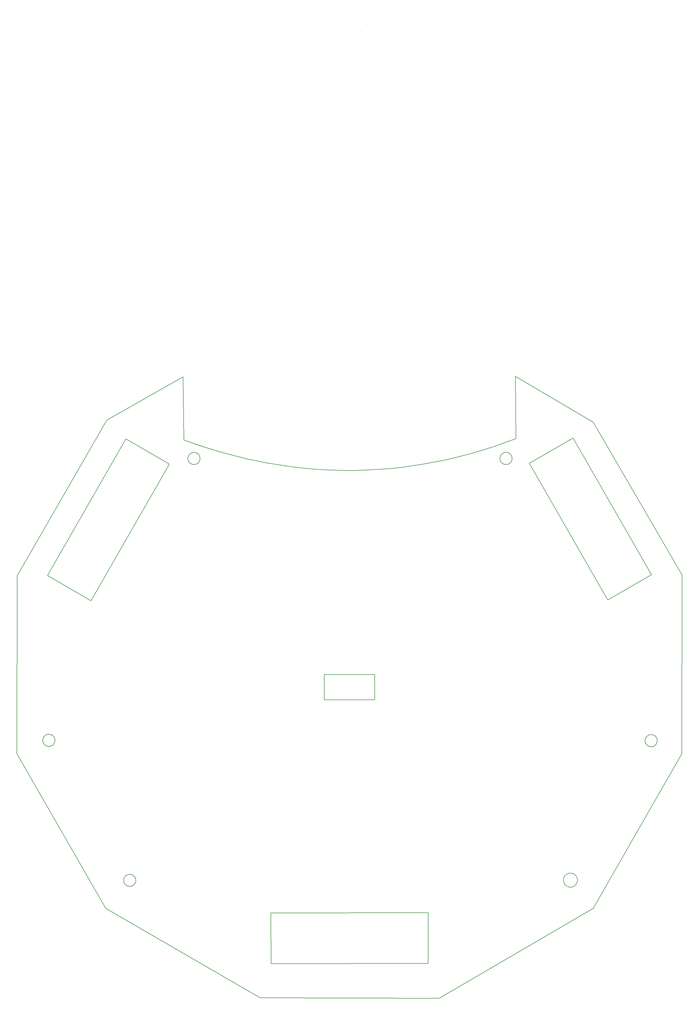
<source format=gbr>
G04 #@! TF.GenerationSoftware,KiCad,Pcbnew,(5.1.6)-1*
G04 #@! TF.CreationDate,2021-01-10T23:04:02+01:00*
G04 #@! TF.ProjectId,Robocup_PCB,526f626f-6375-4705-9f50-43422e6b6963,v1*
G04 #@! TF.SameCoordinates,Original*
G04 #@! TF.FileFunction,Profile,NP*
%FSLAX46Y46*%
G04 Gerber Fmt 4.6, Leading zero omitted, Abs format (unit mm)*
G04 Created by KiCad (PCBNEW (5.1.6)-1) date 2021-01-10 23:04:02*
%MOMM*%
%LPD*%
G01*
G04 APERTURE LIST*
G04 #@! TA.AperFunction,Profile*
%ADD10C,0.200000*%
G04 #@! TD*
G04 APERTURE END LIST*
D10*
X322088819Y-99963059D02*
X294026119Y-51770989D01*
X321994619Y-156376129D02*
X322088819Y-99963059D01*
X294026069Y-205135179D02*
X321994619Y-156376129D01*
X164659993Y-37459139D02*
X140621593Y-51089909D01*
X269636029Y-56968169D02*
X266388234Y-58171784D01*
X266388234Y-58171784D02*
X263138622Y-59298307D01*
X263138622Y-59298307D02*
X259887215Y-60347758D01*
X259887215Y-60347758D02*
X256634037Y-61320156D01*
X256634037Y-61320156D02*
X253379110Y-62215523D01*
X253379110Y-62215523D02*
X250122458Y-63033877D01*
X250122458Y-63033877D02*
X246864103Y-63775240D01*
X246864103Y-63775240D02*
X243604067Y-64439632D01*
X243604067Y-64439632D02*
X240342375Y-65027073D01*
X240342375Y-65027073D02*
X237079048Y-65537582D01*
X237079048Y-65537582D02*
X233814110Y-65971181D01*
X233814110Y-65971181D02*
X230547584Y-66327889D01*
X230547584Y-66327889D02*
X227279492Y-66607727D01*
X227279492Y-66607727D02*
X224009858Y-66810714D01*
X224009858Y-66810714D02*
X220738704Y-66936872D01*
X220738704Y-66936872D02*
X217466053Y-66986220D01*
X217466053Y-66986220D02*
X214191928Y-66958778D01*
X214191928Y-66958778D02*
X210916352Y-66854567D01*
X210916352Y-66854567D02*
X207639348Y-66673607D01*
X207639348Y-66673607D02*
X204360939Y-66415918D01*
X204360939Y-66415918D02*
X201081147Y-66081520D01*
X201081147Y-66081520D02*
X197799996Y-65670434D01*
X197799996Y-65670434D02*
X194517509Y-65182679D01*
X194517509Y-65182679D02*
X191233708Y-64618277D01*
X191233708Y-64618277D02*
X187948615Y-63977246D01*
X187948615Y-63977246D02*
X184662256Y-63259608D01*
X184662256Y-63259608D02*
X181374651Y-62465382D01*
X181374651Y-62465382D02*
X178085824Y-61594589D01*
X178085824Y-61594589D02*
X174795797Y-60647249D01*
X174795797Y-60647249D02*
X171504595Y-59623382D01*
X171504595Y-59623382D02*
X168212239Y-58523009D01*
X168212239Y-58523009D02*
X164918753Y-57346149D01*
X222836109Y73645187D02*
X222836109Y73645187D01*
X273882035Y-64756787D02*
X287658239Y-56788191D01*
X148804236Y-197925999D02*
X149015332Y-197784690D01*
X149015332Y-197784690D02*
X149203506Y-197618993D01*
X149203506Y-197618993D02*
X149367148Y-197431696D01*
X149367148Y-197431696D02*
X149504646Y-197225587D01*
X149504646Y-197225587D02*
X149614392Y-197003455D01*
X149614392Y-197003455D02*
X149694776Y-196768089D01*
X149694776Y-196768089D02*
X149744186Y-196522277D01*
X149744186Y-196522277D02*
X149761015Y-196268809D01*
X146890678Y-197925999D02*
X147118602Y-198038160D01*
X147118602Y-198038160D02*
X147356187Y-198118275D01*
X147356187Y-198118275D02*
X147600212Y-198166344D01*
X147600212Y-198166344D02*
X147847457Y-198182367D01*
X147847457Y-198182367D02*
X148094701Y-198166344D01*
X148094701Y-198166344D02*
X148338726Y-198118275D01*
X148338726Y-198118275D02*
X148576311Y-198038160D01*
X148576311Y-198038160D02*
X148804236Y-197925999D01*
X209220023Y-139325772D02*
X209220023Y-131399449D01*
X225146346Y-139325772D02*
X209220023Y-139325772D01*
X268441377Y-63203209D02*
X268424548Y-63456677D01*
X268424548Y-63456677D02*
X268375138Y-63702489D01*
X268375138Y-63702489D02*
X268294754Y-63937855D01*
X268294754Y-63937855D02*
X268185008Y-64159987D01*
X268185008Y-64159987D02*
X268047510Y-64366096D01*
X268047510Y-64366096D02*
X267883868Y-64553393D01*
X267883868Y-64553393D02*
X267695694Y-64719090D01*
X267695694Y-64719090D02*
X267484598Y-64860399D01*
X314224277Y-152212139D02*
X314224277Y-152212139D01*
X287956098Y-194285778D02*
X288141029Y-194405610D01*
X288141029Y-194405610D02*
X288311356Y-194541767D01*
X288311356Y-194541767D02*
X288466296Y-194692887D01*
X288466296Y-194692887D02*
X288605066Y-194857608D01*
X288605066Y-194857608D02*
X288726882Y-195034571D01*
X288726882Y-195034571D02*
X288830962Y-195222415D01*
X288830962Y-195222415D02*
X288916523Y-195419777D01*
X288916523Y-195419777D02*
X288982781Y-195625298D01*
X288982781Y-195625298D02*
X289028953Y-195837616D01*
X289028953Y-195837616D02*
X289054257Y-196055371D01*
X289054257Y-196055371D02*
X289059146Y-196202889D01*
X225146346Y-131399449D02*
X225146346Y-139325772D01*
X209220023Y-131399449D02*
X225146346Y-131399449D01*
X268441377Y-63203209D02*
X268441377Y-63203209D01*
X289059146Y-196202889D02*
X289059146Y-196202889D01*
X267484598Y-61546019D02*
X267695694Y-61687327D01*
X267695694Y-61687327D02*
X267883868Y-61853024D01*
X267883868Y-61853024D02*
X268047510Y-62040321D01*
X268047510Y-62040321D02*
X268185008Y-62246430D01*
X268185008Y-62246430D02*
X268294754Y-62468562D01*
X268294754Y-62468562D02*
X268375138Y-62703928D01*
X268375138Y-62703928D02*
X268424548Y-62949740D01*
X268424548Y-62949740D02*
X268441377Y-63203209D01*
X265571040Y-61546019D02*
X265798964Y-61433858D01*
X265798964Y-61433858D02*
X266036549Y-61353743D01*
X266036549Y-61353743D02*
X266280574Y-61305674D01*
X266280574Y-61305674D02*
X266527819Y-61289651D01*
X266527819Y-61289651D02*
X266775063Y-61305674D01*
X266775063Y-61305674D02*
X267019088Y-61353743D01*
X267019088Y-61353743D02*
X267256673Y-61433858D01*
X267256673Y-61433858D02*
X267484598Y-61546019D01*
X222836109Y73645187D02*
X222836109Y73645187D01*
X313267498Y-150554949D02*
X313039573Y-150442788D01*
X313039573Y-150442788D02*
X312801988Y-150362673D01*
X312801988Y-150362673D02*
X312557963Y-150314604D01*
X312557963Y-150314604D02*
X312310719Y-150298581D01*
X312310719Y-150298581D02*
X312063474Y-150314604D01*
X312063474Y-150314604D02*
X311819449Y-150362673D01*
X311819449Y-150362673D02*
X311581864Y-150442788D01*
X311581864Y-150442788D02*
X311353940Y-150554949D01*
X314224277Y-152212139D02*
X314207448Y-151958670D01*
X314207448Y-151958670D02*
X314158038Y-151712858D01*
X314158038Y-151712858D02*
X314077654Y-151477492D01*
X314077654Y-151477492D02*
X313967908Y-151255360D01*
X313967908Y-151255360D02*
X313830410Y-151049251D01*
X313830410Y-151049251D02*
X313666768Y-150861954D01*
X313666768Y-150861954D02*
X313478594Y-150696257D01*
X313478594Y-150696257D02*
X313267498Y-150554949D01*
X124255946Y-152108189D02*
X124255946Y-152108189D01*
X264614261Y-63203209D02*
X264631089Y-62949740D01*
X264631089Y-62949740D02*
X264680499Y-62703928D01*
X264680499Y-62703928D02*
X264760883Y-62468562D01*
X264760883Y-62468562D02*
X264870629Y-62246430D01*
X264870629Y-62246430D02*
X265008127Y-62040321D01*
X265008127Y-62040321D02*
X265171769Y-61853024D01*
X265171769Y-61853024D02*
X265359943Y-61687327D01*
X265359943Y-61687327D02*
X265571040Y-61546019D01*
X265571040Y-64860399D02*
X265359943Y-64719090D01*
X265359943Y-64719090D02*
X265171769Y-64553393D01*
X265171769Y-64553393D02*
X265008127Y-64366096D01*
X265008127Y-64366096D02*
X264870629Y-64159987D01*
X264870629Y-64159987D02*
X264760883Y-63937855D01*
X264760883Y-63937855D02*
X264680499Y-63702489D01*
X264680499Y-63702489D02*
X264631089Y-63456677D01*
X264631089Y-63456677D02*
X264614261Y-63203209D01*
X267484598Y-64860399D02*
X267256673Y-64972560D01*
X267256673Y-64972560D02*
X267019088Y-65052675D01*
X267019088Y-65052675D02*
X266775063Y-65100744D01*
X266775063Y-65100744D02*
X266527819Y-65116767D01*
X266527819Y-65116767D02*
X266280574Y-65100744D01*
X266280574Y-65100744D02*
X266036549Y-65052675D01*
X266036549Y-65052675D02*
X265798964Y-64972560D01*
X265798964Y-64972560D02*
X265571040Y-64860399D01*
X245434239Y-233483459D02*
X294026069Y-205135179D01*
X188932113Y-233294469D02*
X245434239Y-233483459D01*
X140246103Y-205135179D02*
X188932113Y-233294469D01*
X121385609Y-153765379D02*
X121174512Y-153624070D01*
X121174512Y-153624070D02*
X120986338Y-153458373D01*
X120986338Y-153458373D02*
X120822696Y-153271076D01*
X120822696Y-153271076D02*
X120685198Y-153064967D01*
X120685198Y-153064967D02*
X120575452Y-152842835D01*
X120575452Y-152842835D02*
X120495068Y-152607469D01*
X120495068Y-152607469D02*
X120445658Y-152361657D01*
X120445658Y-152361657D02*
X120428830Y-152108189D01*
X123299167Y-153765379D02*
X123071242Y-153877540D01*
X123071242Y-153877540D02*
X122833657Y-153957655D01*
X122833657Y-153957655D02*
X122589632Y-154005724D01*
X122589632Y-154005724D02*
X122342388Y-154021747D01*
X122342388Y-154021747D02*
X122095143Y-154005724D01*
X122095143Y-154005724D02*
X121851118Y-153957655D01*
X121851118Y-153957655D02*
X121613533Y-153877540D01*
X121613533Y-153877540D02*
X121385609Y-153765379D01*
X124255946Y-152108189D02*
X124239117Y-152361657D01*
X124239117Y-152361657D02*
X124189707Y-152607469D01*
X124189707Y-152607469D02*
X124109323Y-152842835D01*
X124109323Y-152842835D02*
X123999577Y-153064967D01*
X123999577Y-153064967D02*
X123862079Y-153271076D01*
X123862079Y-153271076D02*
X123698437Y-153458373D01*
X123698437Y-153458373D02*
X123510263Y-153624070D01*
X123510263Y-153624070D02*
X123299167Y-153765379D01*
X112277552Y-156376129D02*
X140246103Y-205135179D01*
X287956098Y-198120000D02*
X287760210Y-198220790D01*
X287760210Y-198220790D02*
X287557535Y-198300727D01*
X287557535Y-198300727D02*
X287349641Y-198359810D01*
X287349641Y-198359810D02*
X287138091Y-198398041D01*
X287138091Y-198398041D02*
X286924454Y-198415419D01*
X286924454Y-198415419D02*
X286710295Y-198411943D01*
X286710295Y-198411943D02*
X286497180Y-198387615D01*
X286497180Y-198387615D02*
X286286675Y-198342433D01*
X286286675Y-198342433D02*
X286080346Y-198276398D01*
X286080346Y-198276398D02*
X285879760Y-198189510D01*
X285879760Y-198189510D02*
X285750000Y-198120000D01*
X289059146Y-196202889D02*
X289048189Y-196423511D01*
X289048189Y-196423511D02*
X289015842Y-196639605D01*
X289015842Y-196639605D02*
X288962888Y-196849808D01*
X288962888Y-196849808D02*
X288890108Y-197052761D01*
X288890108Y-197052761D02*
X288798288Y-197247102D01*
X288798288Y-197247102D02*
X288688209Y-197431469D01*
X288688209Y-197431469D02*
X288560654Y-197604503D01*
X288560654Y-197604503D02*
X288416408Y-197764842D01*
X288416408Y-197764842D02*
X288256251Y-197911126D01*
X288256251Y-197911126D02*
X288080969Y-198041992D01*
X288080969Y-198041992D02*
X287956098Y-198120000D01*
X170017191Y-63203209D02*
X170017191Y-63203209D01*
X312310719Y-154125697D02*
X312602135Y-154103648D01*
X312602135Y-154103648D02*
X312879752Y-154039667D01*
X312879752Y-154039667D02*
X313140325Y-153936999D01*
X313140325Y-153936999D02*
X313380607Y-153798891D01*
X313380607Y-153798891D02*
X313597352Y-153628589D01*
X313597352Y-153628589D02*
X313787313Y-153429339D01*
X313787313Y-153429339D02*
X313947244Y-153204388D01*
X313947244Y-153204388D02*
X314073900Y-152956982D01*
X314073900Y-152956982D02*
X314164033Y-152690366D01*
X314164033Y-152690366D02*
X314214397Y-152407789D01*
X314214397Y-152407789D02*
X314224277Y-152212139D01*
X310397161Y-152212139D02*
X310419209Y-152503555D01*
X310419209Y-152503555D02*
X310483190Y-152781172D01*
X310483190Y-152781172D02*
X310585858Y-153041745D01*
X310585858Y-153041745D02*
X310723966Y-153282027D01*
X310723966Y-153282027D02*
X310894268Y-153498772D01*
X310894268Y-153498772D02*
X311093518Y-153688733D01*
X311093518Y-153688733D02*
X311318469Y-153848664D01*
X311318469Y-153848664D02*
X311565875Y-153975320D01*
X311565875Y-153975320D02*
X311832491Y-154065453D01*
X311832491Y-154065453D02*
X312115068Y-154115817D01*
X312115068Y-154115817D02*
X312310719Y-154125697D01*
X311353940Y-150554949D02*
X311142843Y-150696257D01*
X311142843Y-150696257D02*
X310954669Y-150861954D01*
X310954669Y-150861954D02*
X310791027Y-151049251D01*
X310791027Y-151049251D02*
X310653529Y-151255360D01*
X310653529Y-151255360D02*
X310543783Y-151477492D01*
X310543783Y-151477492D02*
X310463399Y-151712858D01*
X310463399Y-151712858D02*
X310413989Y-151958670D01*
X310413989Y-151958670D02*
X310397161Y-152212139D01*
X140621593Y-51089909D02*
X112371752Y-100246539D01*
X222836109Y73645187D02*
X222836109Y73645187D01*
X298645643Y-107863552D02*
X273882035Y-64756787D01*
X312421847Y-99894956D02*
X298645643Y-107863552D01*
X287658239Y-56788191D02*
X312421847Y-99894956D01*
X222836109Y73645187D02*
X222836109Y73645187D01*
X149761015Y-196268809D02*
X149744186Y-196015340D01*
X149744186Y-196015340D02*
X149694776Y-195769528D01*
X149694776Y-195769528D02*
X149614392Y-195534162D01*
X149614392Y-195534162D02*
X149504646Y-195312030D01*
X149504646Y-195312030D02*
X149367148Y-195105921D01*
X149367148Y-195105921D02*
X149203506Y-194918624D01*
X149203506Y-194918624D02*
X149015332Y-194752927D01*
X149015332Y-194752927D02*
X148804236Y-194611619D01*
X192379021Y-206569397D02*
X241964323Y-206500138D01*
X192401155Y-222525279D02*
X192379021Y-206569397D01*
X135659281Y-108110040D02*
X121877401Y-100151333D01*
X160392158Y-64985511D02*
X135659281Y-108110040D01*
X146610277Y-57026804D02*
X160392158Y-64985511D01*
X222836109Y73645187D02*
X222836109Y73645187D01*
X241986457Y-222456020D02*
X192401155Y-222525279D01*
X241964323Y-206500138D02*
X241986457Y-222456020D01*
X121877401Y-100151333D02*
X146610277Y-57026804D01*
X145933899Y-196268809D02*
X145950727Y-196522277D01*
X145950727Y-196522277D02*
X146000137Y-196768089D01*
X146000137Y-196768089D02*
X146080521Y-197003455D01*
X146080521Y-197003455D02*
X146190267Y-197225587D01*
X146190267Y-197225587D02*
X146327765Y-197431696D01*
X146327765Y-197431696D02*
X146491407Y-197618993D01*
X146491407Y-197618993D02*
X146679581Y-197784690D01*
X146679581Y-197784690D02*
X146890678Y-197925999D01*
X146890678Y-194611619D02*
X146679581Y-194752927D01*
X146679581Y-194752927D02*
X146491407Y-194918624D01*
X146491407Y-194918624D02*
X146327765Y-195105921D01*
X146327765Y-195105921D02*
X146190267Y-195312030D01*
X146190267Y-195312030D02*
X146080521Y-195534162D01*
X146080521Y-195534162D02*
X146000137Y-195769528D01*
X146000137Y-195769528D02*
X145950727Y-196015340D01*
X145950727Y-196015340D02*
X145933899Y-196268809D01*
X148804236Y-194611619D02*
X148576311Y-194499458D01*
X148576311Y-194499458D02*
X148338726Y-194419343D01*
X148338726Y-194419343D02*
X148094701Y-194371274D01*
X148094701Y-194371274D02*
X147847457Y-194355251D01*
X147847457Y-194355251D02*
X147600212Y-194371274D01*
X147600212Y-194371274D02*
X147356187Y-194419343D01*
X147356187Y-194419343D02*
X147118602Y-194499458D01*
X147118602Y-194499458D02*
X146890678Y-194611619D01*
X149761015Y-196268809D02*
X149761015Y-196268809D01*
X122342388Y-150194631D02*
X122633804Y-150216679D01*
X122633804Y-150216679D02*
X122911421Y-150280660D01*
X122911421Y-150280660D02*
X123171994Y-150383328D01*
X123171994Y-150383328D02*
X123412276Y-150521436D01*
X123412276Y-150521436D02*
X123629021Y-150691738D01*
X123629021Y-150691738D02*
X123818982Y-150890988D01*
X123818982Y-150890988D02*
X123978913Y-151115939D01*
X123978913Y-151115939D02*
X124105569Y-151363345D01*
X124105569Y-151363345D02*
X124195702Y-151629961D01*
X124195702Y-151629961D02*
X124246066Y-151912538D01*
X124246066Y-151912538D02*
X124255946Y-152108189D01*
X120428830Y-152108189D02*
X120450878Y-151816772D01*
X120450878Y-151816772D02*
X120514859Y-151539155D01*
X120514859Y-151539155D02*
X120617527Y-151278582D01*
X120617527Y-151278582D02*
X120755635Y-151038300D01*
X120755635Y-151038300D02*
X120925937Y-150821555D01*
X120925937Y-150821555D02*
X121125187Y-150631594D01*
X121125187Y-150631594D02*
X121350138Y-150471663D01*
X121350138Y-150471663D02*
X121597544Y-150345007D01*
X121597544Y-150345007D02*
X121864160Y-150254874D01*
X121864160Y-150254874D02*
X122146737Y-150204510D01*
X122146737Y-150204510D02*
X122342388Y-150194631D01*
X167146854Y-64860399D02*
X166935757Y-64719090D01*
X166935757Y-64719090D02*
X166747583Y-64553393D01*
X166747583Y-64553393D02*
X166583941Y-64366096D01*
X166583941Y-64366096D02*
X166446443Y-64159987D01*
X166446443Y-64159987D02*
X166336697Y-63937855D01*
X166336697Y-63937855D02*
X166256313Y-63702489D01*
X166256313Y-63702489D02*
X166206903Y-63456677D01*
X166206903Y-63456677D02*
X166190075Y-63203209D01*
X169060412Y-64860399D02*
X168832487Y-64972560D01*
X168832487Y-64972560D02*
X168594902Y-65052675D01*
X168594902Y-65052675D02*
X168350877Y-65100744D01*
X168350877Y-65100744D02*
X168103633Y-65116767D01*
X168103633Y-65116767D02*
X167856388Y-65100744D01*
X167856388Y-65100744D02*
X167612363Y-65052675D01*
X167612363Y-65052675D02*
X167374778Y-64972560D01*
X167374778Y-64972560D02*
X167146854Y-64860399D01*
X170017191Y-63203209D02*
X170000362Y-63456677D01*
X170000362Y-63456677D02*
X169950952Y-63702489D01*
X169950952Y-63702489D02*
X169870568Y-63937855D01*
X169870568Y-63937855D02*
X169760822Y-64159987D01*
X169760822Y-64159987D02*
X169623324Y-64366096D01*
X169623324Y-64366096D02*
X169459682Y-64553393D01*
X169459682Y-64553393D02*
X169271508Y-64719090D01*
X169271508Y-64719090D02*
X169060412Y-64860399D01*
X222836109Y73645187D02*
X222836109Y73645187D01*
X169060412Y-61546019D02*
X169271508Y-61687327D01*
X169271508Y-61687327D02*
X169459682Y-61853024D01*
X169459682Y-61853024D02*
X169623324Y-62040321D01*
X169623324Y-62040321D02*
X169760822Y-62246430D01*
X169760822Y-62246430D02*
X169870568Y-62468562D01*
X169870568Y-62468562D02*
X169950952Y-62703928D01*
X169950952Y-62703928D02*
X170000362Y-62949740D01*
X170000362Y-62949740D02*
X170017191Y-63203209D01*
X167146854Y-61546019D02*
X167374778Y-61433858D01*
X167374778Y-61433858D02*
X167612363Y-61353743D01*
X167612363Y-61353743D02*
X167856388Y-61305674D01*
X167856388Y-61305674D02*
X168103633Y-61289651D01*
X168103633Y-61289651D02*
X168350877Y-61305674D01*
X168350877Y-61305674D02*
X168594902Y-61353743D01*
X168594902Y-61353743D02*
X168832487Y-61433858D01*
X168832487Y-61433858D02*
X169060412Y-61546019D01*
X166190075Y-63203209D02*
X166206903Y-62949740D01*
X166206903Y-62949740D02*
X166256313Y-62703928D01*
X166256313Y-62703928D02*
X166336697Y-62468562D01*
X166336697Y-62468562D02*
X166446443Y-62246430D01*
X166446443Y-62246430D02*
X166583941Y-62040321D01*
X166583941Y-62040321D02*
X166747583Y-61853024D01*
X166747583Y-61853024D02*
X166935757Y-61687327D01*
X166935757Y-61687327D02*
X167146854Y-61546019D01*
X164918753Y-57346149D02*
X164659993Y-37459139D01*
X269447699Y-37313359D02*
X269636029Y-56968169D01*
X294026119Y-51770989D02*
X269447699Y-37313359D01*
X112371752Y-100246539D02*
X112277552Y-156376129D01*
X285750000Y-194285778D02*
X285945887Y-194184987D01*
X285945887Y-194184987D02*
X286148562Y-194105050D01*
X286148562Y-194105050D02*
X286356456Y-194045967D01*
X286356456Y-194045967D02*
X286568006Y-194007736D01*
X286568006Y-194007736D02*
X286781643Y-193990358D01*
X286781643Y-193990358D02*
X286995802Y-193993834D01*
X286995802Y-193993834D02*
X287208917Y-194018162D01*
X287208917Y-194018162D02*
X287419422Y-194063344D01*
X287419422Y-194063344D02*
X287625751Y-194129379D01*
X287625751Y-194129379D02*
X287826337Y-194216267D01*
X287826337Y-194216267D02*
X287956098Y-194285778D01*
X284646952Y-196202889D02*
X284657908Y-195982266D01*
X284657908Y-195982266D02*
X284690255Y-195766172D01*
X284690255Y-195766172D02*
X284743209Y-195555969D01*
X284743209Y-195555969D02*
X284815989Y-195353016D01*
X284815989Y-195353016D02*
X284907809Y-195158675D01*
X284907809Y-195158675D02*
X285017888Y-194974308D01*
X285017888Y-194974308D02*
X285145443Y-194801274D01*
X285145443Y-194801274D02*
X285289689Y-194640935D01*
X285289689Y-194640935D02*
X285449846Y-194494651D01*
X285449846Y-194494651D02*
X285625128Y-194363785D01*
X285625128Y-194363785D02*
X285750000Y-194285778D01*
X285750000Y-198120000D02*
X285565068Y-198000167D01*
X285565068Y-198000167D02*
X285394741Y-197864010D01*
X285394741Y-197864010D02*
X285239801Y-197712890D01*
X285239801Y-197712890D02*
X285101031Y-197548169D01*
X285101031Y-197548169D02*
X284979215Y-197371206D01*
X284979215Y-197371206D02*
X284875135Y-197183362D01*
X284875135Y-197183362D02*
X284789574Y-196986000D01*
X284789574Y-196986000D02*
X284723316Y-196780479D01*
X284723316Y-196780479D02*
X284677144Y-196568161D01*
X284677144Y-196568161D02*
X284651840Y-196350406D01*
X284651840Y-196350406D02*
X284646952Y-196202889D01*
M02*

</source>
